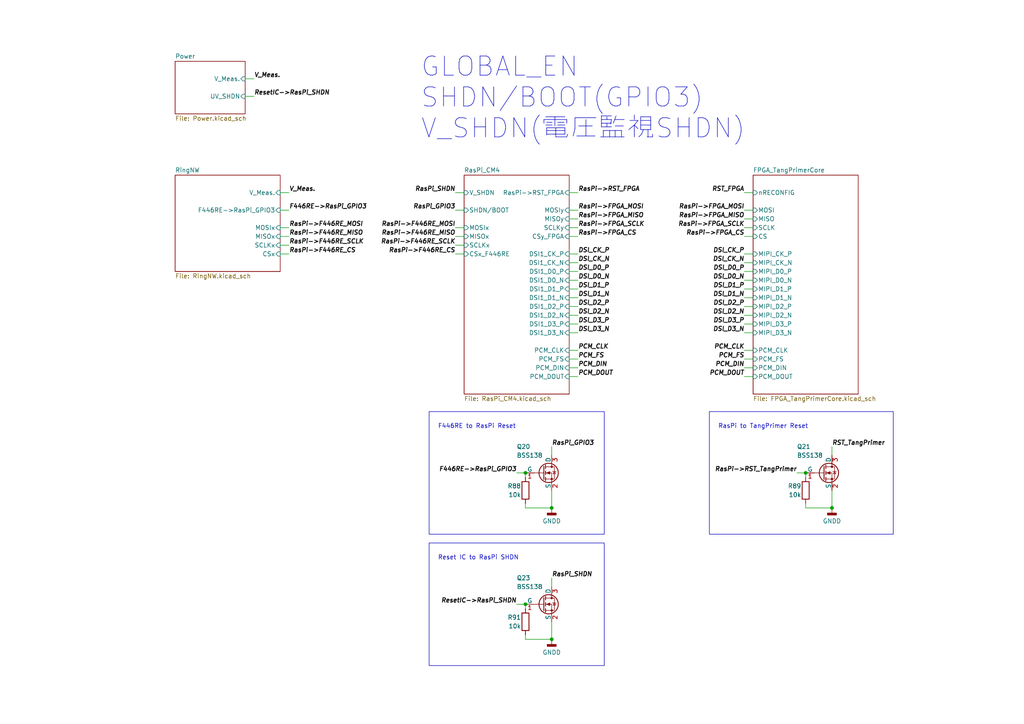
<source format=kicad_sch>
(kicad_sch (version 20230121) (generator eeschema)
  (paper "A4")
  (lib_symbols
    (symbol "Device:R" (pin_numbers hide) (pin_names (offset 0))
      (property "Reference" "R" (at 2.032 0 90))
      (property "Value" "R" (at 0 0 90))
      (symbol "R_0_1"
        (rectangle (start -1.016 -2.54) (end 1.016 2.54) (stroke (width 0.254)))
      )
      (symbol "R_1_1"
        (pin passive line (at 0 3.81 270) (length 1.27) (name "~") (number "1"))
        (pin passive line (at 0 -3.81 90) (length 1.27) (name "~") (number "2"))
      )
    )
    (symbol "Q_NMOS_GSD_1" (pin_names (offset 0))
      (property "Reference" "Q" (at 5.08 1.27 0))
      (property "Value" "Q_NMOS_GSD_1" (at 5.08 -1.27 0))
      (symbol "Q_NMOS_GSD_1_0_1"
        (polyline (pts (xy 0.254 0) (xy -2.54 0)))
        (polyline (pts (xy 0.254 1.905) (xy 0.254 -1.905)) (stroke (width 0.254)))
        (polyline (pts (xy 0.762 -1.27) (xy 0.762 -2.286)) (stroke (width 0.254)))
        (polyline (pts (xy 0.762 0.508) (xy 0.762 -0.508)) (stroke (width 0.254)))
        (polyline (pts (xy 0.762 2.286) (xy 0.762 1.27)) (stroke (width 0.254)))
        (polyline (pts (xy 2.54 2.54) (xy 2.54 1.778)))
        (polyline (pts (xy 2.54 -2.54) (xy 2.54 0) (xy 0.762 0)))
        (polyline (pts (xy 0.762 -1.778) (xy 3.302 -1.778) (xy 3.302 1.778) (xy 0.762 1.778)))
        (polyline (pts (xy 1.016 0) (xy 2.032 0.381) (xy 2.032 -0.381) (xy 1.016 0)) (fill (type outline)))
        (polyline (pts (xy 2.794 0.508) (xy 2.921 0.381) (xy 3.683 0.381) (xy 3.81 0.254)))
        (polyline (pts (xy 3.302 0.381) (xy 2.921 -0.254) (xy 3.683 -0.254) (xy 3.302 0.381)))
        (circle (center 1.651 0) (radius 2.794) (stroke (width 0.254)))
        (circle (center 2.54 -1.778) (radius 0.254) (fill (type outline)))
        (circle (center 2.54 1.778) (radius 0.254) (fill (type outline)))
      )
      (symbol "Q_NMOS_GSD_1_1_1"
        (pin input line (at -5.08 0 0) (length 2.54) (name "G") (number "1"))
        (pin passive line (at 2.54 -5.08 90) (length 2.54) (name "S") (number "2"))
        (pin passive line (at 2.54 5.08 270) (length 2.54) (name "D") (number "3"))
      )
    )
    (symbol "power:GNDD" (power) (pin_names (offset 0))
      (property "Value" "GNDD" (at 0 -3.175 0))
      (symbol "GNDD_0_1"
        (rectangle (start -1.27 -1.524) (end 1.27 -2.032) (stroke (width 0.254)) (fill (type outline)))
        (polyline (pts (xy 0 0) (xy 0 -1.524)))
      )
      (symbol "GNDD_1_1"
        (pin power_in line (at 0 0 270) (length 0) hide (name "GNDD") (number "1"))
      )
    )
  )
  (junction (at 160.02 185.42))
  (junction (at 160.02 147.32))
  (junction (at 241.3 147.32))
  (junction (at 152.4 175.26))
  (junction (at 233.68 137.16))
  (junction (at 152.4 137.16))
  (wire (pts (xy 81.28 73.66) (xy 83.82 73.66)))
  (wire (pts (xy 233.68 146.05) (xy 233.68 147.32)))
  (wire (pts (xy 215.9 88.9) (xy 218.44 88.9)))
  (wire (pts (xy 132.08 60.96) (xy 134.62 60.96)))
  (wire (pts (xy 167.64 101.6) (xy 165.1 101.6)))
  (wire (pts (xy 81.28 68.58) (xy 83.82 68.58)))
  (wire (pts (xy 149.86 175.26) (xy 152.4 175.26)))
  (wire (pts (xy 167.64 109.22) (xy 165.1 109.22)))
  (wire (pts (xy 167.64 91.44) (xy 165.1 91.44)))
  (wire (pts (xy 167.64 76.2) (xy 165.1 76.2)))
  (wire (pts (xy 167.64 106.68) (xy 165.1 106.68)))
  (wire (pts (xy 152.4 175.26) (xy 152.4 176.53)))
  (wire (pts (xy 215.9 55.88) (xy 218.44 55.88)))
  (wire (pts (xy 152.4 137.16) (xy 152.4 138.43)))
  (wire (pts (xy 215.9 109.22) (xy 218.44 109.22)))
  (wire (pts (xy 152.4 185.42) (xy 160.02 185.42)))
  (wire (pts (xy 167.64 96.52) (xy 165.1 96.52)))
  (wire (pts (xy 165.1 60.96) (xy 167.64 60.96)))
  (wire (pts (xy 215.9 93.98) (xy 218.44 93.98)))
  (wire (pts (xy 160.02 185.42) (xy 160.02 180.34)))
  (wire (pts (xy 152.4 146.05) (xy 152.4 147.32)))
  (wire (pts (xy 160.02 147.32) (xy 160.02 142.24)))
  (wire (pts (xy 132.08 73.66) (xy 134.62 73.66)))
  (wire (pts (xy 241.3 129.54) (xy 241.3 132.08)))
  (wire (pts (xy 71.12 22.86) (xy 73.66 22.86)))
  (wire (pts (xy 215.9 96.52) (xy 218.44 96.52)))
  (wire (pts (xy 132.08 68.58) (xy 134.62 68.58)))
  (wire (pts (xy 165.1 63.5) (xy 167.64 63.5)))
  (wire (pts (xy 81.28 55.88) (xy 83.82 55.88)))
  (wire (pts (xy 152.4 184.15) (xy 152.4 185.42)))
  (wire (pts (xy 215.9 101.6) (xy 218.44 101.6)))
  (wire (pts (xy 167.64 104.14) (xy 165.1 104.14)))
  (wire (pts (xy 160.02 129.54) (xy 160.02 132.08)))
  (wire (pts (xy 241.3 147.32) (xy 241.3 142.24)))
  (wire (pts (xy 152.4 147.32) (xy 160.02 147.32)))
  (wire (pts (xy 167.64 88.9) (xy 165.1 88.9)))
  (wire (pts (xy 215.9 104.14) (xy 218.44 104.14)))
  (wire (pts (xy 167.64 83.82) (xy 165.1 83.82)))
  (wire (pts (xy 132.08 66.04) (xy 134.62 66.04)))
  (wire (pts (xy 215.9 73.66) (xy 218.44 73.66)))
  (wire (pts (xy 167.64 86.36) (xy 165.1 86.36)))
  (wire (pts (xy 215.9 66.04) (xy 218.44 66.04)))
  (wire (pts (xy 231.14 137.16) (xy 233.68 137.16)))
  (wire (pts (xy 215.9 83.82) (xy 218.44 83.82)))
  (wire (pts (xy 233.68 147.32) (xy 241.3 147.32)))
  (wire (pts (xy 215.9 76.2) (xy 218.44 76.2)))
  (wire (pts (xy 167.64 73.66) (xy 165.1 73.66)))
  (wire (pts (xy 167.64 81.28) (xy 165.1 81.28)))
  (wire (pts (xy 165.1 55.88) (xy 167.64 55.88)))
  (wire (pts (xy 233.68 137.16) (xy 233.68 138.43)))
  (wire (pts (xy 71.12 27.94) (xy 73.66 27.94)))
  (wire (pts (xy 81.28 71.12) (xy 83.82 71.12)))
  (wire (pts (xy 132.08 55.88) (xy 134.62 55.88)))
  (wire (pts (xy 215.9 78.74) (xy 218.44 78.74)))
  (wire (pts (xy 215.9 86.36) (xy 218.44 86.36)))
  (wire (pts (xy 149.86 137.16) (xy 152.4 137.16)))
  (wire (pts (xy 160.02 167.64) (xy 160.02 170.18)))
  (wire (pts (xy 81.28 66.04) (xy 83.82 66.04)))
  (wire (pts (xy 165.1 66.04) (xy 167.64 66.04)))
  (wire (pts (xy 81.28 60.96) (xy 83.82 60.96)))
  (wire (pts (xy 215.9 106.68) (xy 218.44 106.68)))
  (wire (pts (xy 215.9 68.58) (xy 218.44 68.58)))
  (wire (pts (xy 165.1 68.58) (xy 167.64 68.58)))
  (wire (pts (xy 215.9 63.5) (xy 218.44 63.5)))
  (wire (pts (xy 167.64 78.74) (xy 165.1 78.74)))
  (wire (pts (xy 167.64 93.98) (xy 165.1 93.98)))
  (wire (pts (xy 215.9 60.96) (xy 218.44 60.96)))
  (wire (pts (xy 215.9 91.44) (xy 218.44 91.44)))
  (wire (pts (xy 215.9 81.28) (xy 218.44 81.28)))
  (wire (pts (xy 132.08 71.12) (xy 134.62 71.12)))
  (rectangle (start 205.74 119.38) (end 259.08 154.94))
  (rectangle (start 124.46 157.48) (end 175.26 193.04))
  (rectangle (start 124.46 119.38) (end 175.26 154.94))
  (text "F446RE to RasPi Reset" (at 127 124.46 0) (effects (font (size 1.27 1.27)) (justify left bottom)))
  (text "RasPi to TangPrimer Reset" (at 208.28 124.46 0) (effects (font (size 1.27 1.27)) (justify left bottom)))
  (text "Reset IC to RasPi SHDN" (at 127 162.56 0) (effects (font (size 1.27 1.27)) (justify left bottom)))
  (text "GLOBAL_EN\nSHDN/BOOT(GPIO3)\nV_SHDN(電圧監視SHDN)" (at 121.92 40.64 0) (effects (font (size 5.56 5.56)) (justify left bottom)))
  (label "ResetIC->RasPi_SHDN" (at 149.86 175.26 180) (effects (font (thickness 0.254) bold italic)))
  (label "RasPi->FPGA_MISO" (at 215.9 63.5 180) (effects (font (thickness 0.254) bold italic)))
  (label "DSI_D1_N" (at 167.64 86.36 0) (effects (font (thickness 0.254) bold italic)))
  (label "PCM_CLK" (at 215.9 101.6 180) (effects (font (thickness 0.254) bold italic)))
  (label "DSI_D0_P" (at 167.64 78.74 0) (effects (font (thickness 0.254) bold italic)))
  (label "RasPi_GPIO3" (at 132.08 60.96 180) (effects (font (thickness 0.254) bold italic)))
  (label "RasPi->FPGA_SCLK" (at 167.64 66.04 0) (effects (font (thickness 0.254) bold italic)))
  (label "DSI_CK_N" (at 167.64 76.2 0) (effects (font (thickness 0.254) bold italic)))
  (label "F446RE->RasPi_GPIO3" (at 149.86 137.16 180) (effects (font (thickness 0.254) bold italic)))
  (label "DSI_D2_N" (at 167.64 91.44 0) (effects (font (thickness 0.254) bold italic)))
  (label "DSI_D1_P" (at 215.9 83.82 180) (effects (font (thickness 0.254) bold italic)))
  (label "DSI_D3_P" (at 167.64 93.98 0) (effects (font (thickness 0.254) bold italic)))
  (label "RasPi->FPGA_CS" (at 215.9 68.58 180) (effects (font (thickness 0.254) bold italic)))
  (label "PCM_DOUT" (at 215.9 109.22 180) (effects (font (thickness 0.254) bold italic)))
  (label "PCM_FS" (at 167.64 104.14 0) (effects (font (thickness 0.254) bold italic)))
  (label "PCM_CLK" (at 167.64 101.6 0) (effects (font (thickness 0.254) bold italic)))
  (label "RasPi->F446RE_CS" (at 132.08 73.66 180) (effects (font (thickness 0.254) bold italic)))
  (label "DSI_D2_N" (at 215.9 91.44 180) (effects (font (thickness 0.254) bold italic)))
  (label "DSI_D0_N" (at 167.64 81.28 0) (effects (font (thickness 0.254) bold italic)))
  (label "DSI_D3_N" (at 167.64 96.52 0) (effects (font (thickness 0.254) bold italic)))
  (label "DSI_D2_P" (at 167.64 88.9 0) (effects (font (thickness 0.254) bold italic)))
  (label "V_Meas." (at 73.66 22.86 0) (effects (font (thickness 0.254) bold italic)))
  (label "ResetIC->RasPi_SHDN" (at 73.66 27.94 0) (effects (font (thickness 0.254) bold italic)))
  (label "RasPi->FPGA_SCLK" (at 215.9 66.04 180) (effects (font (thickness 0.254) bold italic)))
  (label "PCM_DIN" (at 167.64 106.68 0) (effects (font (thickness 0.254) bold italic)))
  (label "DSI_D1_P" (at 167.64 83.82 0) (effects (font (thickness 0.254) bold italic)))
  (label "DSI_CK_N" (at 215.9 76.2 180) (effects (font (thickness 0.254) bold italic)))
  (label "DSI_D0_P" (at 215.9 78.74 180) (effects (font (thickness 0.254) bold italic)))
  (label "RasPi->F446RE_MOSI" (at 83.82 66.04 0) (effects (font (thickness 0.254) bold italic)))
  (label "RST_FPGA" (at 215.9 55.88 180) (effects (font (thickness 0.254) bold italic)))
  (label "V_Meas." (at 83.82 55.88 0) (effects (font (thickness 0.254) bold italic)))
  (label "RST_TangPrimer" (at 241.3 129.54 0) (effects (font (thickness 0.254) bold italic)))
  (label "RasPi->F446RE_MISO" (at 132.08 68.58 180) (effects (font (thickness 0.254) bold italic)))
  (label "DSI_D3_N" (at 215.9 96.52 180) (effects (font (thickness 0.254) bold italic)))
  (label "RasPi->F446RE_SCLK" (at 132.08 71.12 180) (effects (font (thickness 0.254) bold italic)))
  (label "DSI_CK_P" (at 215.9 73.66 180) (effects (font (thickness 0.254) bold italic)))
  (label "DSI_CK_P" (at 167.64 73.66 0) (effects (font (thickness 0.254) bold italic)))
  (label "RasPi->FPGA_MISO" (at 167.64 63.5 0) (effects (font (thickness 0.254) bold italic)))
  (label "PCM_DOUT" (at 167.64 109.22 0) (effects (font (thickness 0.254) bold italic)))
  (label "RasPi->RST_TangPrimer" (at 231.14 137.16 180) (effects (font (thickness 0.254) bold italic)))
  (label "RasPi->F446RE_MISO" (at 83.82 68.58 0) (effects (font (thickness 0.254) bold italic)))
  (label "F446RE->RasPi_GPIO3" (at 83.82 60.96 0) (effects (font (thickness 0.254) bold italic)))
  (label "RasPi->FPGA_CS" (at 167.64 68.58 0) (effects (font (thickness 0.254) bold italic)))
  (label "RasPi->F446RE_MOSI" (at 132.08 66.04 180) (effects (font (thickness 0.254) bold italic)))
  (label "RasPi_SHDN" (at 160.02 167.64 0) (effects (font (thickness 0.254) bold italic)))
  (label "DSI_D0_N" (at 215.9 81.28 180) (effects (font (thickness 0.254) bold italic)))
  (label "RasPi_GPIO3" (at 160.02 129.54 0) (effects (font (thickness 0.254) bold italic)))
  (label "DSI_D3_P" (at 215.9 93.98 180) (effects (font (thickness 0.254) bold italic)))
  (label "RasPi->FPGA_MOSI" (at 167.64 60.96 0) (effects (font (thickness 0.254) bold italic)))
  (label "RasPi->FPGA_MOSI" (at 215.9 60.96 180) (effects (font (thickness 0.254) bold italic)))
  (label "RasPi->F446RE_CS" (at 83.82 73.66 0) (effects (font (thickness 0.254) bold italic)))
  (label "RasPi->F446RE_SCLK" (at 83.82 71.12 0) (effects (font (thickness 0.254) bold italic)))
  (label "RasPi->RST_FPGA" (at 167.64 55.88 0) (effects (font (thickness 0.254) bold italic)))
  (label "PCM_DIN" (at 215.9 106.68 180) (effects (font (thickness 0.254) bold italic)))
  (label "DSI_D2_P" (at 215.9 88.9 180) (effects (font (thickness 0.254) bold italic)))
  (label "PCM_FS" (at 215.9 104.14 180) (effects (font (thickness 0.254) bold italic)))
  (label "DSI_D1_N" (at 215.9 86.36 180) (effects (font (thickness 0.254) bold italic)))
  (label "RasPi_SHDN" (at 132.08 55.88 180) (effects (font (thickness 0.254) bold italic)))
  (symbol (lib_id "Device:R") (at 152.4 180.34 0) (mirror y) (unit 1)
    (property "Reference" "R91" (at 151.13 179.07 0) (effects (justify left)))
    (property "Value" "10k" (at 151.13 181.61 0) (effects (justify left)))
    (property "Footprint" "Resistor_SMD:R_0402_1005Metric" (effects hide))
  )
  (symbol (lib_id "power:GNDD") (at 160.02 147.32 0) (unit 1)
    (property "Reference" "#PWR075" (effects hide))
    (property "Value" "GNDD" (at 160.02 151.13 0))
  )
  (symbol (lib_name "Q_NMOS_GSD_1") (lib_id "Device:Q_NMOS_GSD") (at 157.48 175.26 0) (unit 1)
    (property "Reference" "Q23" (at 149.86 167.64 0) (effects (justify left)))
    (property "Value" "BSS138" (at 149.86 170.18 0) (effects (justify left)))
    (property "Footprint" "Package_TO_SOT_SMD:SOT-23" (effects hide))
  )
  (symbol (lib_id "Device:R") (at 233.68 142.24 0) (mirror y) (unit 1)
    (property "Reference" "R89" (at 232.41 140.97 0) (effects (justify left)))
    (property "Value" "10k" (at 232.41 143.51 0) (effects (justify left)))
    (property "Footprint" "Resistor_SMD:R_0402_1005Metric" (effects hide))
  )
  (symbol (lib_name "Q_NMOS_GSD_1") (lib_id "Device:Q_NMOS_GSD") (at 157.48 137.16 0) (unit 1)
    (property "Reference" "Q20" (at 149.86 129.54 0) (effects (justify left)))
    (property "Value" "BSS138" (at 149.86 132.08 0) (effects (justify left)))
    (property "Footprint" "Package_TO_SOT_SMD:SOT-23" (effects hide))
  )
  (symbol (lib_id "Device:R") (at 152.4 142.24 0) (mirror y) (unit 1)
    (property "Reference" "R88" (at 151.13 140.97 0) (effects (justify left)))
    (property "Value" "10k" (at 151.13 143.51 0) (effects (justify left)))
    (property "Footprint" "Resistor_SMD:R_0402_1005Metric" (effects hide))
  )
  (symbol (lib_name "Q_NMOS_GSD_1") (lib_id "Device:Q_NMOS_GSD") (at 238.76 137.16 0) (unit 1)
    (property "Reference" "Q21" (at 231.14 129.54 0) (effects (justify left)))
    (property "Value" "BSS138" (at 231.14 132.08 0) (effects (justify left)))
    (property "Footprint" "Package_TO_SOT_SMD:SOT-23" (effects hide))
  )
  (symbol (lib_id "power:GNDD") (at 241.3 147.32 0) (unit 1)
    (property "Reference" "#PWR065" (effects hide))
    (property "Value" "GNDD" (at 241.3 151.13 0))
  )
  (symbol (lib_id "power:GNDD") (at 160.02 185.42 0) (unit 1)
    (property "Reference" "#PWR097" (effects hide))
    (property "Value" "GNDD" (at 160.02 189.23 0))
  )
  (sheet (at 50.8 50.8) (size 30.48 27.94) (stroke (width 0.1524))
    (property "Sheetname" "RingNW" (at 50.8 50.0884 0) (effects (justify left bottom)))
    (property "Sheetfile" "RingNW.kicad_sch" (at 50.8 79.3246 0) (effects (justify left top)))
    (pin "MISOx" input (at 81.28 68.58 0))
    (pin "MOSIx" input (at 81.28 66.04 0))
    (pin "SCLKx" input (at 81.28 71.12 0))
    (pin "F446RE->RasPi_GPIO3" input (at 81.28 60.96 0))
    (pin "V_Meas." input (at 81.28 55.88 0))
    (pin "CSx" input (at 81.28 73.66 0))
  )
  (sheet (at 50.8 17.78) (size 20.32 15.24) (stroke (width 0.1524))
    (property "Sheetname" "Power" (at 50.8 17.0684 0) (effects (justify left bottom)))
    (property "Sheetfile" "Power.kicad_sch" (at 50.8 33.6046 0) (effects (justify left top)))
    (pin "V_Meas." input (at 71.12 22.86 0))
    (pin "UV_SHDN" input (at 71.12 27.94 0))
  )
  (sheet (at 218.44 50.8) (size 30.48 63.5) (stroke (width 0.1524))
    (property "Sheetname" "FPGA_TangPrimerCore" (at 218.44 50.0884 0) (effects (justify left bottom)))
    (property "Sheetfile" "FPGA_TangPrimerCore.kicad_sch" (at 218.44 114.8846 0) (effects (justify left top)))
    (pin "nRECONFIG" input (at 218.44 55.88 180))
    (pin "MIPI_D0_N" input (at 218.44 81.28 180))
    (pin "MIPI_D1_P" input (at 218.44 83.82 180))
    (pin "MIPI_D0_P" input (at 218.44 78.74 180))
    (pin "MIPI_CK_P" input (at 218.44 73.66 180))
    (pin "MIPI_CK_N" input (at 218.44 76.2 180))
    (pin "MIPI_D3_P" input (at 218.44 93.98 180))
    (pin "MIPI_D3_N" input (at 218.44 96.52 180))
    (pin "MIPI_D2_N" input (at 218.44 91.44 180))
    (pin "MIPI_D2_P" input (at 218.44 88.9 180))
    (pin "MIPI_D1_N" input (at 218.44 86.36 180))
    (pin "MISO" input (at 218.44 63.5 180))
    (pin "MOSI" input (at 218.44 60.96 180))
    (pin "SCLK" input (at 218.44 66.04 180))
    (pin "CS" input (at 218.44 68.58 180))
    (pin "PCM_DOUT" input (at 218.44 109.22 180))
    (pin "PCM_CLK" input (at 218.44 101.6 180))
    (pin "PCM_DIN" input (at 218.44 106.68 180))
    (pin "PCM_FS" input (at 218.44 104.14 180))
  )
  (sheet (at 134.62 50.8) (size 30.48 63.5) (stroke (width 0.1524))
    (property "Sheetname" "RasPi_CM4" (at 134.62 50.0884 0) (effects (justify left bottom)))
    (property "Sheetfile" "RasPi_CM4.kicad_sch" (at 134.62 114.8846 0) (effects (justify left top)))
    (pin "MOSIx" input (at 134.62 66.04 180))
    (pin "RasPi->RST_FPGA" input (at 165.1 55.88 0))
    (pin "SCLKx" input (at 134.62 71.12 180))
    (pin "MISOx" input (at 134.62 68.58 180))
    (pin "MOSIy" input (at 165.1 60.96 0))
    (pin "CSy_FPGA" input (at 165.1 68.58 0))
    (pin "SCLKy" input (at 165.1 66.04 0))
    (pin "MISOy" input (at 165.1 63.5 0))
    (pin "CSx_F446RE" input (at 134.62 73.66 180))
    (pin "SHDN{slash}BOOT" input (at 134.62 60.96 180))
    (pin "DSI1_D2_N" input (at 165.1 91.44 0))
    (pin "DSI1_D3_N" input (at 165.1 96.52 0))
    (pin "DSI1_D3_P" input (at 165.1 93.98 0))
    (pin "DSI1_D2_P" input (at 165.1 88.9 0))
    (pin "DSI1_CK_P" input (at 165.1 73.66 0))
    (pin "DSI1_D0_N" input (at 165.1 81.28 0))
    (pin "DSI1_D1_P" input (at 165.1 83.82 0))
    (pin "DSI1_D0_P" input (at 165.1 78.74 0))
    (pin "DSI1_D1_N" input (at 165.1 86.36 0))
    (pin "DSI1_CK_N" input (at 165.1 76.2 0))
    (pin "V_SHDN" input (at 134.62 55.88 180))
    (pin "PCM_FS" input (at 165.1 104.14 0))
    (pin "PCM_DIN" input (at 165.1 106.68 0))
    (pin "PCM_CLK" input (at 165.1 101.6 0))
    (pin "PCM_DOUT" input (at 165.1 109.22 0))
  )
)
</source>
